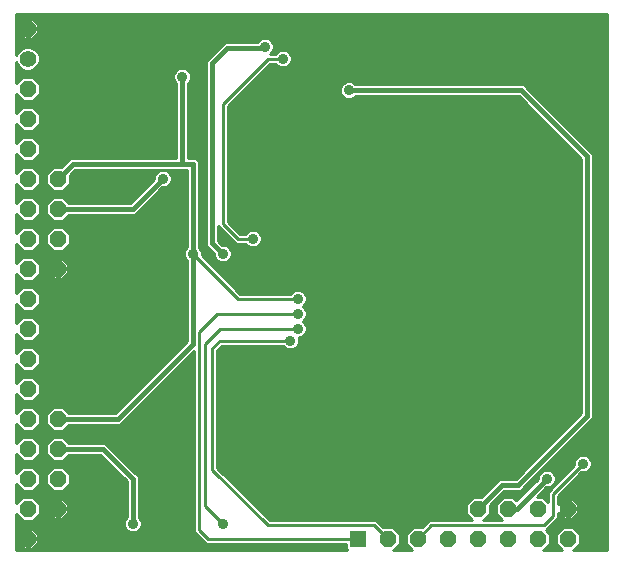
<source format=gbl>
G75*
G70*
%OFA0B0*%
%FSLAX24Y24*%
%IPPOS*%
%LPD*%
%AMOC8*
5,1,8,0,0,1.08239X$1,22.5*
%
%ADD10OC8,0.0555*%
%ADD11C,0.0555*%
%ADD12R,0.0555X0.0555*%
%ADD13C,0.0160*%
%ADD14C,0.0350*%
%ADD15C,0.0100*%
D10*
X001004Y001004D03*
X001004Y002004D03*
X002004Y002004D03*
X002004Y003004D03*
X002004Y004004D03*
X002004Y005004D03*
X001004Y005004D03*
X001004Y004004D03*
X001004Y003004D03*
X001004Y006004D03*
X001004Y007004D03*
X001004Y008004D03*
X001004Y009004D03*
X001004Y010004D03*
X001004Y011004D03*
X002004Y011004D03*
X002004Y010004D03*
X002004Y012004D03*
X002004Y013004D03*
X001004Y013004D03*
X001004Y014004D03*
X001004Y015004D03*
X001004Y016004D03*
X001004Y018004D03*
X001004Y012004D03*
X013004Y001004D03*
X014004Y001004D03*
X015004Y001004D03*
X016004Y001004D03*
X016004Y002004D03*
X017004Y002004D03*
X018004Y002004D03*
X019004Y002004D03*
X019004Y001004D03*
X018004Y001004D03*
X017004Y001004D03*
D11*
X001004Y017004D03*
D12*
X012004Y001004D03*
D13*
X016004Y002004D02*
X016104Y002004D01*
X016104Y002104D01*
X016804Y002804D01*
X017354Y002804D01*
X019654Y005104D01*
X019654Y013754D01*
X017454Y015954D01*
X011704Y015954D01*
X008904Y017404D02*
X008854Y017354D01*
X007654Y017354D01*
X007154Y016854D01*
X007154Y010854D01*
X007504Y010504D01*
X006504Y010504D02*
X006504Y007504D01*
X004004Y005004D01*
X002004Y005004D01*
X002004Y004004D02*
X003504Y004004D01*
X004504Y003004D01*
X004504Y001504D01*
X006504Y010504D02*
X006504Y013504D01*
X006204Y013504D01*
X002504Y013504D01*
X002004Y013004D01*
X002004Y012004D02*
X004504Y012004D01*
X005504Y013004D01*
X006154Y013554D02*
X006204Y013504D01*
X006154Y013554D02*
X006154Y016404D01*
X018304Y003004D02*
X017304Y002004D01*
X017004Y002004D01*
D14*
X018304Y003004D03*
X019504Y003504D03*
X016154Y008004D03*
X013654Y005704D03*
X011554Y005654D03*
X009504Y007104D03*
X009754Y007604D03*
X010004Y008004D03*
X010004Y008504D03*
X010004Y009004D03*
X010954Y009354D03*
X010954Y010704D03*
X010904Y011804D03*
X009154Y011904D03*
X008504Y011004D03*
X007504Y010504D03*
X006504Y010504D03*
X005704Y012504D03*
X005504Y013004D03*
X005604Y015104D03*
X006704Y015104D03*
X006154Y016404D03*
X008904Y017404D03*
X009504Y017004D03*
X011704Y015954D03*
X009104Y014704D03*
X015904Y011004D03*
X009154Y004004D03*
X007504Y001504D03*
X005704Y004204D03*
X004504Y001504D03*
X007604Y007104D03*
X006154Y007954D03*
D15*
X000624Y001822D02*
X000624Y000624D01*
X011659Y000624D01*
X011606Y000677D01*
X011606Y000834D01*
X006934Y000834D01*
X006834Y000934D01*
X006534Y001234D01*
X006534Y001374D01*
X006534Y007251D01*
X004087Y004804D01*
X003921Y004804D01*
X002366Y004804D01*
X002169Y004606D01*
X001839Y004606D01*
X001606Y004839D01*
X001606Y005169D01*
X001839Y005401D01*
X002169Y005401D01*
X002366Y005204D01*
X003921Y005204D01*
X006304Y007587D01*
X006304Y010287D01*
X006254Y010337D01*
X006209Y010445D01*
X006209Y010563D01*
X006254Y010671D01*
X006304Y010721D01*
X006304Y013304D01*
X006287Y013304D01*
X006121Y013304D01*
X002587Y013304D01*
X002401Y013119D01*
X002401Y012839D01*
X002169Y012606D01*
X001839Y012606D01*
X001606Y012839D01*
X001606Y013169D01*
X001839Y013401D01*
X002119Y013401D01*
X002421Y013704D01*
X002587Y013704D01*
X005954Y013704D01*
X005954Y016187D01*
X005904Y016237D01*
X005859Y016345D01*
X005859Y016463D01*
X005904Y016571D01*
X005987Y016654D01*
X006095Y016699D01*
X006213Y016699D01*
X006321Y016654D01*
X006404Y016571D01*
X006449Y016463D01*
X006449Y016345D01*
X006404Y016237D01*
X006354Y016187D01*
X006354Y013704D01*
X006421Y013704D01*
X006587Y013704D01*
X006704Y013587D01*
X006704Y010721D01*
X006754Y010671D01*
X006799Y010563D01*
X006799Y010449D01*
X008074Y009174D01*
X009757Y009174D01*
X009837Y009254D01*
X009945Y009299D01*
X010063Y009299D01*
X010171Y009254D01*
X010254Y009171D01*
X010299Y009063D01*
X010299Y008945D01*
X010254Y008837D01*
X010171Y008754D01*
X010254Y008671D01*
X010299Y008563D01*
X010299Y008445D01*
X010254Y008337D01*
X010171Y008254D01*
X010254Y008171D01*
X010299Y008063D01*
X010299Y007945D01*
X010254Y007837D01*
X010171Y007754D01*
X010063Y007709D01*
X010030Y007709D01*
X010049Y007663D01*
X010049Y007545D01*
X010004Y007437D01*
X009921Y007354D01*
X009813Y007309D01*
X009695Y007309D01*
X009587Y007354D01*
X009507Y007434D01*
X007474Y007434D01*
X007324Y007284D01*
X007324Y003374D01*
X009074Y001624D01*
X012484Y001624D01*
X012624Y001624D01*
X012847Y001401D01*
X013169Y001401D01*
X013401Y001169D01*
X013401Y000839D01*
X013186Y000624D01*
X013822Y000624D01*
X013606Y000839D01*
X013606Y001169D01*
X013839Y001401D01*
X014161Y001401D01*
X014384Y001624D01*
X014524Y001624D01*
X015822Y001624D01*
X015606Y001839D01*
X015606Y002169D01*
X015839Y002401D01*
X016119Y002401D01*
X016604Y002887D01*
X016721Y003004D01*
X017271Y003004D01*
X019454Y005187D01*
X019454Y013671D01*
X017371Y015754D01*
X011921Y015754D01*
X011871Y015704D01*
X011763Y015659D01*
X011645Y015659D01*
X011537Y015704D01*
X011454Y015787D01*
X011409Y015895D01*
X011409Y016013D01*
X011454Y016121D01*
X011537Y016204D01*
X011645Y016249D01*
X011763Y016249D01*
X011871Y016204D01*
X011921Y016154D01*
X017537Y016154D01*
X017654Y016037D01*
X019854Y013837D01*
X019854Y013671D01*
X019854Y005187D01*
X019854Y005021D01*
X017554Y002721D01*
X017554Y002721D01*
X017437Y002604D01*
X016887Y002604D01*
X016401Y002119D01*
X016401Y001839D01*
X016186Y001624D01*
X016822Y001624D01*
X016606Y001839D01*
X016606Y002169D01*
X016839Y002401D01*
X017169Y002401D01*
X017294Y002276D01*
X018009Y002992D01*
X018009Y003063D01*
X018054Y003171D01*
X018137Y003254D01*
X018245Y003299D01*
X018363Y003299D01*
X018471Y003254D01*
X018554Y003171D01*
X018599Y003063D01*
X018599Y002945D01*
X018554Y002837D01*
X018471Y002754D01*
X018363Y002709D01*
X018292Y002709D01*
X017984Y002401D01*
X018169Y002401D01*
X018334Y002236D01*
X018334Y002434D01*
X018334Y002574D01*
X019209Y003449D01*
X019209Y003563D01*
X019254Y003671D01*
X019337Y003754D01*
X019445Y003799D01*
X019563Y003799D01*
X019671Y003754D01*
X019754Y003671D01*
X019799Y003563D01*
X019799Y003445D01*
X019754Y003337D01*
X019671Y003254D01*
X019563Y003209D01*
X019449Y003209D01*
X018674Y002434D01*
X018674Y002151D01*
X018864Y002341D01*
X018975Y002341D01*
X018975Y002033D01*
X019033Y002033D01*
X019033Y002341D01*
X019144Y002341D01*
X019341Y002144D01*
X019341Y002033D01*
X019033Y002033D01*
X019033Y001975D01*
X019341Y001975D01*
X019341Y001864D01*
X019144Y001666D01*
X019033Y001666D01*
X019033Y001975D01*
X018975Y001975D01*
X018975Y001666D01*
X018864Y001666D01*
X018674Y001857D01*
X018674Y001824D01*
X018674Y001684D01*
X018374Y001384D01*
X018280Y001290D01*
X018401Y001169D01*
X018401Y000839D01*
X018186Y000624D01*
X018822Y000624D01*
X018606Y000839D01*
X018606Y001169D01*
X018839Y001401D01*
X019169Y001401D01*
X019401Y001169D01*
X019401Y000839D01*
X019186Y000624D01*
X020304Y000624D01*
X020304Y018480D01*
X000624Y018480D01*
X000624Y017125D01*
X000667Y017229D01*
X000779Y017341D01*
X000925Y017401D01*
X001083Y017401D01*
X001229Y017341D01*
X001341Y017229D01*
X001401Y017083D01*
X001401Y016925D01*
X001341Y016779D01*
X001229Y016667D01*
X001083Y016606D01*
X000925Y016606D01*
X000779Y016667D01*
X000667Y016779D01*
X000624Y016883D01*
X000624Y016186D01*
X000839Y016401D01*
X001169Y016401D01*
X001401Y016169D01*
X001401Y015839D01*
X001169Y015606D01*
X000839Y015606D01*
X000624Y015822D01*
X000624Y015186D01*
X000839Y015401D01*
X001169Y015401D01*
X001401Y015169D01*
X001401Y014839D01*
X001169Y014606D01*
X000839Y014606D01*
X000624Y014822D01*
X000624Y014186D01*
X000839Y014401D01*
X001169Y014401D01*
X001401Y014169D01*
X001401Y013839D01*
X001169Y013606D01*
X000839Y013606D01*
X000624Y013822D01*
X000624Y013186D01*
X000839Y013401D01*
X001169Y013401D01*
X001401Y013169D01*
X001401Y012839D01*
X001169Y012606D01*
X000839Y012606D01*
X000624Y012822D01*
X000624Y012186D01*
X000839Y012401D01*
X001169Y012401D01*
X001401Y012169D01*
X001401Y011839D01*
X001169Y011606D01*
X000839Y011606D01*
X000624Y011822D01*
X000624Y011186D01*
X000839Y011401D01*
X001169Y011401D01*
X001401Y011169D01*
X001401Y010839D01*
X001169Y010606D01*
X000839Y010606D01*
X000624Y010822D01*
X000624Y010186D01*
X000839Y010401D01*
X001169Y010401D01*
X001401Y010169D01*
X001401Y009839D01*
X001169Y009606D01*
X000839Y009606D01*
X000624Y009822D01*
X000624Y009186D01*
X000839Y009401D01*
X001169Y009401D01*
X001401Y009169D01*
X001401Y008839D01*
X001169Y008606D01*
X000839Y008606D01*
X000624Y008822D01*
X000624Y008186D01*
X000839Y008401D01*
X001169Y008401D01*
X001401Y008169D01*
X001401Y007839D01*
X001169Y007606D01*
X000839Y007606D01*
X000624Y007822D01*
X000624Y007186D01*
X000839Y007401D01*
X001169Y007401D01*
X001401Y007169D01*
X001401Y006839D01*
X001169Y006606D01*
X000839Y006606D01*
X000624Y006822D01*
X000624Y006186D01*
X000839Y006401D01*
X001169Y006401D01*
X001401Y006169D01*
X001401Y005839D01*
X001169Y005606D01*
X000839Y005606D01*
X000624Y005822D01*
X000624Y005186D01*
X000839Y005401D01*
X001169Y005401D01*
X001401Y005169D01*
X001401Y004839D01*
X001169Y004606D01*
X000839Y004606D01*
X000624Y004822D01*
X000624Y004186D01*
X000839Y004401D01*
X001169Y004401D01*
X001401Y004169D01*
X001401Y003839D01*
X001169Y003606D01*
X000839Y003606D01*
X000624Y003822D01*
X000624Y003186D01*
X000839Y003401D01*
X001169Y003401D01*
X001401Y003169D01*
X001401Y002839D01*
X001169Y002606D01*
X000839Y002606D01*
X000624Y002822D01*
X000624Y002186D01*
X000839Y002401D01*
X001169Y002401D01*
X001401Y002169D01*
X001401Y001839D01*
X001169Y001606D01*
X000839Y001606D01*
X000624Y001822D01*
X000624Y001785D02*
X000661Y001785D01*
X000624Y001686D02*
X000759Y001686D01*
X000624Y001588D02*
X004219Y001588D01*
X004209Y001563D02*
X004209Y001445D01*
X004254Y001337D01*
X004337Y001254D01*
X004445Y001209D01*
X004563Y001209D01*
X004671Y001254D01*
X004754Y001337D01*
X004799Y001445D01*
X004799Y001563D01*
X004754Y001671D01*
X004704Y001721D01*
X004704Y003087D01*
X004587Y003204D01*
X003587Y004204D01*
X003421Y004204D01*
X002366Y004204D01*
X002169Y004401D01*
X001839Y004401D01*
X001606Y004169D01*
X001606Y003839D01*
X001839Y003606D01*
X002169Y003606D01*
X002366Y003804D01*
X003421Y003804D01*
X004304Y002921D01*
X004304Y001721D01*
X004254Y001671D01*
X004209Y001563D01*
X004209Y001489D02*
X000624Y001489D01*
X000624Y001391D02*
X004231Y001391D01*
X004298Y001292D02*
X001193Y001292D01*
X001144Y001341D02*
X001033Y001341D01*
X001033Y001033D01*
X000975Y001033D01*
X000975Y001341D01*
X000864Y001341D01*
X000666Y001144D01*
X000666Y001033D01*
X000975Y001033D01*
X000975Y000975D01*
X000666Y000975D01*
X000666Y000864D01*
X000864Y000666D01*
X000975Y000666D01*
X000975Y000975D01*
X001033Y000975D01*
X001033Y001033D01*
X001341Y001033D01*
X001341Y001144D01*
X001144Y001341D01*
X001033Y001292D02*
X000975Y001292D01*
X000975Y001194D02*
X001033Y001194D01*
X001033Y001095D02*
X000975Y001095D01*
X000975Y000997D02*
X000624Y000997D01*
X000624Y001095D02*
X000666Y001095D01*
X000624Y001194D02*
X000716Y001194D01*
X000624Y001292D02*
X000815Y001292D01*
X001033Y000997D02*
X006771Y000997D01*
X006672Y001095D02*
X001341Y001095D01*
X001291Y001194D02*
X006574Y001194D01*
X006534Y001292D02*
X004709Y001292D01*
X004776Y001391D02*
X006534Y001391D01*
X006534Y001489D02*
X004799Y001489D01*
X004788Y001588D02*
X006534Y001588D01*
X006534Y001686D02*
X004739Y001686D01*
X004704Y001785D02*
X006534Y001785D01*
X006534Y001884D02*
X004704Y001884D01*
X004704Y001982D02*
X006534Y001982D01*
X006534Y002081D02*
X004704Y002081D01*
X004704Y002179D02*
X006534Y002179D01*
X006534Y002278D02*
X004704Y002278D01*
X004704Y002376D02*
X006534Y002376D01*
X006534Y002475D02*
X004704Y002475D01*
X004704Y002573D02*
X006534Y002573D01*
X006534Y002672D02*
X004704Y002672D01*
X004704Y002770D02*
X006534Y002770D01*
X006534Y002869D02*
X004704Y002869D01*
X004704Y002968D02*
X006534Y002968D01*
X006534Y003066D02*
X004704Y003066D01*
X004626Y003165D02*
X006534Y003165D01*
X006534Y003263D02*
X004528Y003263D01*
X004429Y003362D02*
X006534Y003362D01*
X006534Y003460D02*
X004330Y003460D01*
X004232Y003559D02*
X006534Y003559D01*
X006534Y003657D02*
X004133Y003657D01*
X004035Y003756D02*
X006534Y003756D01*
X006534Y003854D02*
X003936Y003854D01*
X003838Y003953D02*
X006534Y003953D01*
X006534Y004051D02*
X003739Y004051D01*
X003641Y004150D02*
X006534Y004150D01*
X006534Y004249D02*
X002321Y004249D01*
X002223Y004347D02*
X006534Y004347D01*
X006534Y004446D02*
X000624Y004446D01*
X000624Y004544D02*
X006534Y004544D01*
X006534Y004643D02*
X002205Y004643D01*
X002303Y004741D02*
X006534Y004741D01*
X006534Y004840D02*
X004123Y004840D01*
X004221Y004938D02*
X006534Y004938D01*
X006534Y005037D02*
X004320Y005037D01*
X004418Y005135D02*
X006534Y005135D01*
X006534Y005234D02*
X004517Y005234D01*
X004615Y005333D02*
X006534Y005333D01*
X006534Y005431D02*
X004714Y005431D01*
X004812Y005530D02*
X006534Y005530D01*
X006534Y005628D02*
X004911Y005628D01*
X005010Y005727D02*
X006534Y005727D01*
X006534Y005825D02*
X005108Y005825D01*
X005207Y005924D02*
X006534Y005924D01*
X006534Y006022D02*
X005305Y006022D01*
X005404Y006121D02*
X006534Y006121D01*
X006534Y006219D02*
X005502Y006219D01*
X005601Y006318D02*
X006534Y006318D01*
X006534Y006417D02*
X005699Y006417D01*
X005798Y006515D02*
X006534Y006515D01*
X006534Y006614D02*
X005896Y006614D01*
X005995Y006712D02*
X006534Y006712D01*
X006534Y006811D02*
X006094Y006811D01*
X006192Y006909D02*
X006534Y006909D01*
X006534Y007008D02*
X006291Y007008D01*
X006389Y007106D02*
X006534Y007106D01*
X006534Y007205D02*
X006488Y007205D01*
X006218Y007501D02*
X000624Y007501D01*
X000624Y007599D02*
X006304Y007599D01*
X006304Y007698D02*
X001260Y007698D01*
X001358Y007796D02*
X006304Y007796D01*
X006304Y007895D02*
X001401Y007895D01*
X001401Y007993D02*
X006304Y007993D01*
X006304Y008092D02*
X001401Y008092D01*
X001380Y008190D02*
X006304Y008190D01*
X006304Y008289D02*
X001281Y008289D01*
X001183Y008387D02*
X006304Y008387D01*
X006304Y008486D02*
X000624Y008486D01*
X000624Y008584D02*
X006304Y008584D01*
X006304Y008683D02*
X001245Y008683D01*
X001344Y008782D02*
X006304Y008782D01*
X006304Y008880D02*
X001401Y008880D01*
X001401Y008979D02*
X006304Y008979D01*
X006304Y009077D02*
X001401Y009077D01*
X001394Y009176D02*
X006304Y009176D01*
X006304Y009274D02*
X001296Y009274D01*
X001197Y009373D02*
X006304Y009373D01*
X006304Y009471D02*
X000624Y009471D01*
X000624Y009373D02*
X000811Y009373D01*
X000712Y009274D02*
X000624Y009274D01*
X000624Y009570D02*
X006304Y009570D01*
X006304Y009668D02*
X002146Y009668D01*
X002144Y009666D02*
X002341Y009864D01*
X002341Y009975D01*
X002033Y009975D01*
X002033Y010033D01*
X001975Y010033D01*
X001975Y010341D01*
X001864Y010341D01*
X001666Y010144D01*
X001666Y010033D01*
X001975Y010033D01*
X001975Y009975D01*
X001666Y009975D01*
X001666Y009864D01*
X001864Y009666D01*
X001975Y009666D01*
X001975Y009975D01*
X002033Y009975D01*
X002033Y009666D01*
X002144Y009666D01*
X002033Y009668D02*
X001975Y009668D01*
X001975Y009767D02*
X002033Y009767D01*
X002033Y009866D02*
X001975Y009866D01*
X001975Y009964D02*
X002033Y009964D01*
X002033Y010033D02*
X002341Y010033D01*
X002341Y010144D01*
X002144Y010341D01*
X002033Y010341D01*
X002033Y010033D01*
X002033Y010063D02*
X001975Y010063D01*
X001975Y010161D02*
X002033Y010161D01*
X002033Y010260D02*
X001975Y010260D01*
X001782Y010260D02*
X001310Y010260D01*
X001401Y010161D02*
X001684Y010161D01*
X001666Y010063D02*
X001401Y010063D01*
X001401Y009964D02*
X001666Y009964D01*
X001666Y009866D02*
X001401Y009866D01*
X001329Y009767D02*
X001764Y009767D01*
X001862Y009668D02*
X001231Y009668D01*
X000777Y009668D02*
X000624Y009668D01*
X000624Y009767D02*
X000679Y009767D01*
X000698Y010260D02*
X000624Y010260D01*
X000624Y010358D02*
X000796Y010358D01*
X000624Y010457D02*
X006209Y010457D01*
X006209Y010555D02*
X000624Y010555D01*
X000624Y010654D02*
X000792Y010654D01*
X000693Y010752D02*
X000624Y010752D01*
X001216Y010654D02*
X001792Y010654D01*
X001839Y010606D02*
X002169Y010606D01*
X002401Y010839D01*
X002401Y011169D01*
X002169Y011401D01*
X001839Y011401D01*
X001606Y011169D01*
X001606Y010839D01*
X001839Y010606D01*
X001693Y010752D02*
X001315Y010752D01*
X001401Y010851D02*
X001606Y010851D01*
X001606Y010950D02*
X001401Y010950D01*
X001401Y011048D02*
X001606Y011048D01*
X001606Y011147D02*
X001401Y011147D01*
X001325Y011245D02*
X001683Y011245D01*
X001782Y011344D02*
X001226Y011344D01*
X001201Y011639D02*
X001806Y011639D01*
X001839Y011606D02*
X002169Y011606D01*
X002366Y011804D01*
X004421Y011804D01*
X004587Y011804D01*
X005492Y012709D01*
X005563Y012709D01*
X005671Y012754D01*
X005754Y012837D01*
X005799Y012945D01*
X005799Y013063D01*
X005754Y013171D01*
X005671Y013254D01*
X005563Y013299D01*
X005445Y013299D01*
X005337Y013254D01*
X005254Y013171D01*
X005209Y013063D01*
X005209Y012992D01*
X004421Y012204D01*
X002366Y012204D01*
X002169Y012401D01*
X001839Y012401D01*
X001606Y012169D01*
X001606Y011839D01*
X001839Y011606D01*
X001708Y011738D02*
X001300Y011738D01*
X001399Y011836D02*
X001609Y011836D01*
X001606Y011935D02*
X001401Y011935D01*
X001401Y012034D02*
X001606Y012034D01*
X001606Y012132D02*
X001401Y012132D01*
X001339Y012231D02*
X001669Y012231D01*
X001767Y012329D02*
X001241Y012329D01*
X001187Y012625D02*
X001821Y012625D01*
X001722Y012723D02*
X001285Y012723D01*
X001384Y012822D02*
X001624Y012822D01*
X001606Y012920D02*
X001401Y012920D01*
X001401Y013019D02*
X001606Y013019D01*
X001606Y013117D02*
X001401Y013117D01*
X001354Y013216D02*
X001654Y013216D01*
X001752Y013315D02*
X001255Y013315D01*
X001172Y013610D02*
X002327Y013610D01*
X002229Y013512D02*
X000624Y013512D01*
X000624Y013610D02*
X000836Y013610D01*
X000737Y013709D02*
X000624Y013709D01*
X000624Y013807D02*
X000638Y013807D01*
X000624Y013413D02*
X002130Y013413D01*
X002401Y013117D02*
X005232Y013117D01*
X005209Y013019D02*
X002401Y013019D01*
X002401Y012920D02*
X005138Y012920D01*
X005039Y012822D02*
X002384Y012822D01*
X002285Y012723D02*
X004940Y012723D01*
X004842Y012625D02*
X002187Y012625D01*
X002241Y012329D02*
X004546Y012329D01*
X004448Y012231D02*
X002339Y012231D01*
X002300Y011738D02*
X006304Y011738D01*
X006304Y011836D02*
X004619Y011836D01*
X004718Y011935D02*
X006304Y011935D01*
X006304Y012034D02*
X004816Y012034D01*
X004915Y012132D02*
X006304Y012132D01*
X006304Y012231D02*
X005013Y012231D01*
X005112Y012329D02*
X006304Y012329D01*
X006304Y012428D02*
X005211Y012428D01*
X005309Y012526D02*
X006304Y012526D01*
X006304Y012625D02*
X005408Y012625D01*
X005597Y012723D02*
X006304Y012723D01*
X006304Y012822D02*
X005739Y012822D01*
X005789Y012920D02*
X006304Y012920D01*
X006304Y013019D02*
X005799Y013019D01*
X005776Y013117D02*
X006304Y013117D01*
X006304Y013216D02*
X005709Y013216D01*
X005299Y013216D02*
X002499Y013216D01*
X001369Y013807D02*
X005954Y013807D01*
X005954Y013709D02*
X001271Y013709D01*
X001401Y013906D02*
X005954Y013906D01*
X005954Y014004D02*
X001401Y014004D01*
X001401Y014103D02*
X005954Y014103D01*
X005954Y014201D02*
X001368Y014201D01*
X001270Y014300D02*
X005954Y014300D01*
X005954Y014399D02*
X001171Y014399D01*
X000836Y014399D02*
X000624Y014399D01*
X000624Y014497D02*
X005954Y014497D01*
X005954Y014596D02*
X000624Y014596D01*
X000624Y014694D02*
X000752Y014694D01*
X000653Y014793D02*
X000624Y014793D01*
X000624Y015187D02*
X000625Y015187D01*
X000624Y015285D02*
X000723Y015285D01*
X000624Y015384D02*
X000822Y015384D01*
X000624Y015483D02*
X005954Y015483D01*
X005954Y015581D02*
X000624Y015581D01*
X000624Y015680D02*
X000766Y015680D01*
X000668Y015778D02*
X000624Y015778D01*
X000624Y016271D02*
X000709Y016271D01*
X000624Y016369D02*
X000807Y016369D01*
X000624Y016468D02*
X005861Y016468D01*
X005859Y016369D02*
X001201Y016369D01*
X001299Y016271D02*
X005890Y016271D01*
X005954Y016172D02*
X001398Y016172D01*
X001401Y016074D02*
X005954Y016074D01*
X005954Y015975D02*
X001401Y015975D01*
X001401Y015877D02*
X005954Y015877D01*
X005954Y015778D02*
X001340Y015778D01*
X001242Y015680D02*
X005954Y015680D01*
X005954Y015384D02*
X001186Y015384D01*
X001284Y015285D02*
X005954Y015285D01*
X005954Y015187D02*
X001383Y015187D01*
X001401Y015088D02*
X005954Y015088D01*
X005954Y014990D02*
X001401Y014990D01*
X001401Y014891D02*
X005954Y014891D01*
X005954Y014793D02*
X001355Y014793D01*
X001256Y014694D02*
X005954Y014694D01*
X006354Y014694D02*
X006954Y014694D01*
X006954Y014596D02*
X006354Y014596D01*
X006354Y014497D02*
X006954Y014497D01*
X006954Y014399D02*
X006354Y014399D01*
X006354Y014300D02*
X006954Y014300D01*
X006954Y014201D02*
X006354Y014201D01*
X006354Y014103D02*
X006954Y014103D01*
X006954Y014004D02*
X006354Y014004D01*
X006354Y013906D02*
X006954Y013906D01*
X006954Y013807D02*
X006354Y013807D01*
X006354Y013709D02*
X006954Y013709D01*
X006954Y013610D02*
X006680Y013610D01*
X006704Y013512D02*
X006954Y013512D01*
X006954Y013413D02*
X006704Y013413D01*
X006704Y013315D02*
X006954Y013315D01*
X006954Y013216D02*
X006704Y013216D01*
X006704Y013117D02*
X006954Y013117D01*
X006954Y013019D02*
X006704Y013019D01*
X006704Y012920D02*
X006954Y012920D01*
X006954Y012822D02*
X006704Y012822D01*
X006704Y012723D02*
X006954Y012723D01*
X006954Y012625D02*
X006704Y012625D01*
X006704Y012526D02*
X006954Y012526D01*
X006954Y012428D02*
X006704Y012428D01*
X006704Y012329D02*
X006954Y012329D01*
X006954Y012231D02*
X006704Y012231D01*
X006704Y012132D02*
X006954Y012132D01*
X006954Y012034D02*
X006704Y012034D01*
X006704Y011935D02*
X006954Y011935D01*
X006954Y011836D02*
X006704Y011836D01*
X006704Y011738D02*
X006954Y011738D01*
X006954Y011639D02*
X006704Y011639D01*
X006704Y011541D02*
X006954Y011541D01*
X006954Y011442D02*
X006704Y011442D01*
X006704Y011344D02*
X006954Y011344D01*
X006954Y011245D02*
X006704Y011245D01*
X006704Y011147D02*
X006954Y011147D01*
X006954Y011048D02*
X006704Y011048D01*
X006704Y010950D02*
X006954Y010950D01*
X006954Y010937D02*
X006954Y010771D01*
X007209Y010516D01*
X007209Y010445D01*
X007254Y010337D01*
X007337Y010254D01*
X007445Y010209D01*
X007563Y010209D01*
X007671Y010254D01*
X007754Y010337D01*
X007799Y010445D01*
X007799Y010563D01*
X007754Y010671D01*
X007671Y010754D01*
X007563Y010799D01*
X007492Y010799D01*
X007354Y010937D01*
X007354Y011414D01*
X007434Y011334D01*
X007934Y010834D01*
X008074Y010834D01*
X008257Y010834D01*
X008337Y010754D01*
X008445Y010709D01*
X008563Y010709D01*
X008671Y010754D01*
X008754Y010837D01*
X008799Y010945D01*
X008799Y011063D01*
X008754Y011171D01*
X008671Y011254D01*
X008563Y011299D01*
X008445Y011299D01*
X008337Y011254D01*
X008257Y011174D01*
X008074Y011174D01*
X007674Y011574D01*
X007674Y015434D01*
X009074Y016834D01*
X009257Y016834D01*
X009337Y016754D01*
X009445Y016709D01*
X009563Y016709D01*
X009671Y016754D01*
X009754Y016837D01*
X009799Y016945D01*
X009799Y017063D01*
X009754Y017171D01*
X009671Y017254D01*
X009563Y017299D01*
X009445Y017299D01*
X009337Y017254D01*
X009257Y017174D01*
X009091Y017174D01*
X009154Y017237D01*
X009199Y017345D01*
X009199Y017463D01*
X009154Y017571D01*
X009071Y017654D01*
X008963Y017699D01*
X008845Y017699D01*
X008737Y017654D01*
X008654Y017571D01*
X008647Y017554D01*
X007737Y017554D01*
X007571Y017554D01*
X007071Y017054D01*
X006954Y016937D01*
X006954Y010937D01*
X006954Y010851D02*
X006704Y010851D01*
X006704Y010752D02*
X006973Y010752D01*
X007071Y010654D02*
X006761Y010654D01*
X006799Y010555D02*
X007170Y010555D01*
X007209Y010457D02*
X006799Y010457D01*
X006890Y010358D02*
X007245Y010358D01*
X007331Y010260D02*
X006989Y010260D01*
X007087Y010161D02*
X019454Y010161D01*
X019454Y010063D02*
X007186Y010063D01*
X007284Y009964D02*
X019454Y009964D01*
X019454Y009866D02*
X007383Y009866D01*
X007481Y009767D02*
X019454Y009767D01*
X019454Y009668D02*
X007580Y009668D01*
X007678Y009570D02*
X019454Y009570D01*
X019454Y009471D02*
X007777Y009471D01*
X007875Y009373D02*
X019454Y009373D01*
X019454Y009274D02*
X010122Y009274D01*
X010249Y009176D02*
X019454Y009176D01*
X019454Y009077D02*
X010293Y009077D01*
X010299Y008979D02*
X019454Y008979D01*
X019454Y008880D02*
X010272Y008880D01*
X010199Y008782D02*
X019454Y008782D01*
X019454Y008683D02*
X010242Y008683D01*
X010290Y008584D02*
X019454Y008584D01*
X019454Y008486D02*
X010299Y008486D01*
X010275Y008387D02*
X019454Y008387D01*
X019454Y008289D02*
X010206Y008289D01*
X010235Y008190D02*
X019454Y008190D01*
X019454Y008092D02*
X010287Y008092D01*
X010299Y007993D02*
X019454Y007993D01*
X019454Y007895D02*
X010278Y007895D01*
X010213Y007796D02*
X019454Y007796D01*
X019454Y007698D02*
X010034Y007698D01*
X010049Y007599D02*
X019454Y007599D01*
X019454Y007501D02*
X010030Y007501D01*
X009969Y007402D02*
X019454Y007402D01*
X019454Y007303D02*
X007344Y007303D01*
X007324Y007205D02*
X019454Y007205D01*
X019454Y007106D02*
X007324Y007106D01*
X007324Y007008D02*
X019454Y007008D01*
X019454Y006909D02*
X007324Y006909D01*
X007324Y006811D02*
X019454Y006811D01*
X019454Y006712D02*
X007324Y006712D01*
X007324Y006614D02*
X019454Y006614D01*
X019454Y006515D02*
X007324Y006515D01*
X007324Y006417D02*
X019454Y006417D01*
X019454Y006318D02*
X007324Y006318D01*
X007324Y006219D02*
X019454Y006219D01*
X019454Y006121D02*
X007324Y006121D01*
X007324Y006022D02*
X019454Y006022D01*
X019454Y005924D02*
X007324Y005924D01*
X007324Y005825D02*
X019454Y005825D01*
X019454Y005727D02*
X007324Y005727D01*
X007324Y005628D02*
X019454Y005628D01*
X019454Y005530D02*
X007324Y005530D01*
X007324Y005431D02*
X019454Y005431D01*
X019454Y005333D02*
X007324Y005333D01*
X007324Y005234D02*
X019454Y005234D01*
X019403Y005135D02*
X007324Y005135D01*
X007324Y005037D02*
X019304Y005037D01*
X019206Y004938D02*
X007324Y004938D01*
X007324Y004840D02*
X019107Y004840D01*
X019009Y004741D02*
X007324Y004741D01*
X007324Y004643D02*
X018910Y004643D01*
X018811Y004544D02*
X007324Y004544D01*
X007324Y004446D02*
X018713Y004446D01*
X018614Y004347D02*
X007324Y004347D01*
X007324Y004249D02*
X018516Y004249D01*
X018417Y004150D02*
X007324Y004150D01*
X007324Y004051D02*
X018319Y004051D01*
X018220Y003953D02*
X007324Y003953D01*
X007324Y003854D02*
X018122Y003854D01*
X018023Y003756D02*
X007324Y003756D01*
X007324Y003657D02*
X017925Y003657D01*
X017826Y003559D02*
X007324Y003559D01*
X007324Y003460D02*
X017727Y003460D01*
X017629Y003362D02*
X007337Y003362D01*
X007435Y003263D02*
X017530Y003263D01*
X017432Y003165D02*
X007534Y003165D01*
X007632Y003066D02*
X017333Y003066D01*
X017702Y002869D02*
X017886Y002869D01*
X017800Y002968D02*
X017985Y002968D01*
X018010Y003066D02*
X017899Y003066D01*
X017997Y003165D02*
X018051Y003165D01*
X018096Y003263D02*
X018159Y003263D01*
X018194Y003362D02*
X019121Y003362D01*
X019209Y003460D02*
X018293Y003460D01*
X018392Y003559D02*
X019209Y003559D01*
X019248Y003657D02*
X018490Y003657D01*
X018589Y003756D02*
X019341Y003756D01*
X019504Y003504D02*
X018504Y002504D01*
X018504Y001754D01*
X018204Y001454D01*
X014454Y001454D01*
X014004Y001004D01*
X013730Y001292D02*
X013278Y001292D01*
X013376Y001194D02*
X013632Y001194D01*
X013606Y001095D02*
X013401Y001095D01*
X013401Y000997D02*
X013606Y000997D01*
X013606Y000898D02*
X013401Y000898D01*
X013362Y000800D02*
X013646Y000800D01*
X013745Y000701D02*
X013263Y000701D01*
X013004Y001004D02*
X012554Y001454D01*
X009004Y001454D01*
X007154Y003304D01*
X007154Y007354D01*
X007404Y007604D01*
X009754Y007604D01*
X009539Y007402D02*
X007442Y007402D01*
X007604Y007104D02*
X007654Y007104D01*
X006904Y007504D02*
X006904Y002104D01*
X007504Y001504D01*
X007004Y001004D02*
X012004Y001004D01*
X011606Y000800D02*
X001277Y000800D01*
X001341Y000864D02*
X001341Y000975D01*
X001033Y000975D01*
X001033Y000666D01*
X001144Y000666D01*
X001341Y000864D01*
X001341Y000898D02*
X006869Y000898D01*
X007004Y001004D02*
X006704Y001304D01*
X006704Y007904D01*
X007304Y008504D01*
X010004Y008504D01*
X010004Y009004D02*
X008004Y009004D01*
X006504Y010504D01*
X006245Y010358D02*
X001212Y010358D01*
X002225Y010260D02*
X006304Y010260D01*
X006304Y010161D02*
X002324Y010161D01*
X002341Y010063D02*
X006304Y010063D01*
X006304Y009964D02*
X002341Y009964D01*
X002341Y009866D02*
X006304Y009866D01*
X006304Y009767D02*
X002244Y009767D01*
X002216Y010654D02*
X006247Y010654D01*
X006304Y010752D02*
X002315Y010752D01*
X002401Y010851D02*
X006304Y010851D01*
X006304Y010950D02*
X002401Y010950D01*
X002401Y011048D02*
X006304Y011048D01*
X006304Y011147D02*
X002401Y011147D01*
X002325Y011245D02*
X006304Y011245D01*
X006304Y011344D02*
X002226Y011344D01*
X002201Y011639D02*
X006304Y011639D01*
X006304Y011541D02*
X000624Y011541D01*
X000624Y011639D02*
X000806Y011639D01*
X000708Y011738D02*
X000624Y011738D01*
X000624Y011442D02*
X006304Y011442D01*
X007354Y011344D02*
X007424Y011344D01*
X007354Y011245D02*
X007522Y011245D01*
X007621Y011147D02*
X007354Y011147D01*
X007354Y011048D02*
X007719Y011048D01*
X007818Y010950D02*
X007354Y010950D01*
X007440Y010851D02*
X007916Y010851D01*
X008004Y011004D02*
X007504Y011504D01*
X007504Y015504D01*
X009004Y017004D01*
X009504Y017004D01*
X009764Y016862D02*
X020304Y016862D01*
X020304Y016764D02*
X009681Y016764D01*
X009799Y016961D02*
X020304Y016961D01*
X020304Y017059D02*
X009799Y017059D01*
X009759Y017158D02*
X020304Y017158D01*
X020304Y017256D02*
X009665Y017256D01*
X009342Y017256D02*
X009162Y017256D01*
X009199Y017355D02*
X020304Y017355D01*
X020304Y017453D02*
X009199Y017453D01*
X009162Y017552D02*
X020304Y017552D01*
X020304Y017650D02*
X009075Y017650D01*
X008733Y017650D02*
X000624Y017650D01*
X000624Y017552D02*
X007569Y017552D01*
X007471Y017453D02*
X000624Y017453D01*
X000624Y017355D02*
X000813Y017355D01*
X000694Y017256D02*
X000624Y017256D01*
X000624Y017158D02*
X000637Y017158D01*
X000624Y016862D02*
X000632Y016862D01*
X000624Y016764D02*
X000682Y016764D01*
X000624Y016665D02*
X000783Y016665D01*
X000624Y016566D02*
X005902Y016566D01*
X006014Y016665D02*
X001224Y016665D01*
X001326Y016764D02*
X006954Y016764D01*
X006954Y016862D02*
X001375Y016862D01*
X001401Y016961D02*
X006978Y016961D01*
X007076Y017059D02*
X001401Y017059D01*
X001370Y017158D02*
X007175Y017158D01*
X007273Y017256D02*
X001314Y017256D01*
X001195Y017355D02*
X007372Y017355D01*
X006954Y016665D02*
X006294Y016665D01*
X006406Y016566D02*
X006954Y016566D01*
X006954Y016468D02*
X006447Y016468D01*
X006449Y016369D02*
X006954Y016369D01*
X006954Y016271D02*
X006418Y016271D01*
X006354Y016172D02*
X006954Y016172D01*
X006954Y016074D02*
X006354Y016074D01*
X006354Y015975D02*
X006954Y015975D01*
X006954Y015877D02*
X006354Y015877D01*
X006354Y015778D02*
X006954Y015778D01*
X006954Y015680D02*
X006354Y015680D01*
X006354Y015581D02*
X006954Y015581D01*
X006954Y015483D02*
X006354Y015483D01*
X006354Y015384D02*
X006954Y015384D01*
X006954Y015285D02*
X006354Y015285D01*
X006354Y015187D02*
X006954Y015187D01*
X006954Y015088D02*
X006354Y015088D01*
X006354Y014990D02*
X006954Y014990D01*
X006954Y014891D02*
X006354Y014891D01*
X006354Y014793D02*
X006954Y014793D01*
X006704Y015104D02*
X006654Y015104D01*
X005704Y015104D02*
X005604Y015104D01*
X007674Y015088D02*
X018037Y015088D01*
X018135Y014990D02*
X007674Y014990D01*
X007674Y014891D02*
X018234Y014891D01*
X018332Y014793D02*
X007674Y014793D01*
X007674Y014694D02*
X018431Y014694D01*
X018529Y014596D02*
X007674Y014596D01*
X007674Y014497D02*
X018628Y014497D01*
X018726Y014399D02*
X007674Y014399D01*
X007674Y014300D02*
X018825Y014300D01*
X018924Y014201D02*
X007674Y014201D01*
X007674Y014103D02*
X019022Y014103D01*
X019121Y014004D02*
X007674Y014004D01*
X007674Y013906D02*
X019219Y013906D01*
X019318Y013807D02*
X007674Y013807D01*
X007674Y013709D02*
X019416Y013709D01*
X019454Y013610D02*
X007674Y013610D01*
X007674Y013512D02*
X019454Y013512D01*
X019454Y013413D02*
X007674Y013413D01*
X007674Y013315D02*
X019454Y013315D01*
X019454Y013216D02*
X007674Y013216D01*
X007674Y013117D02*
X019454Y013117D01*
X019454Y013019D02*
X007674Y013019D01*
X007674Y012920D02*
X019454Y012920D01*
X019454Y012822D02*
X007674Y012822D01*
X007674Y012723D02*
X019454Y012723D01*
X019454Y012625D02*
X007674Y012625D01*
X007674Y012526D02*
X019454Y012526D01*
X019454Y012428D02*
X007674Y012428D01*
X007674Y012329D02*
X019454Y012329D01*
X019454Y012231D02*
X007674Y012231D01*
X007674Y012132D02*
X019454Y012132D01*
X019454Y012034D02*
X007674Y012034D01*
X007674Y011935D02*
X019454Y011935D01*
X019454Y011836D02*
X007674Y011836D01*
X007674Y011738D02*
X019454Y011738D01*
X019454Y011639D02*
X007674Y011639D01*
X007707Y011541D02*
X019454Y011541D01*
X019454Y011442D02*
X007806Y011442D01*
X007905Y011344D02*
X019454Y011344D01*
X019454Y011245D02*
X008680Y011245D01*
X008764Y011147D02*
X019454Y011147D01*
X019454Y011048D02*
X008799Y011048D01*
X008799Y010950D02*
X019454Y010950D01*
X019454Y010851D02*
X008760Y010851D01*
X008668Y010752D02*
X019454Y010752D01*
X019454Y010654D02*
X007761Y010654D01*
X007799Y010555D02*
X019454Y010555D01*
X019454Y010457D02*
X007799Y010457D01*
X007763Y010358D02*
X019454Y010358D01*
X019454Y010260D02*
X007677Y010260D01*
X007673Y010752D02*
X008340Y010752D01*
X008504Y011004D02*
X008004Y011004D01*
X008003Y011245D02*
X008328Y011245D01*
X009104Y011904D02*
X009154Y011904D01*
X010904Y011804D02*
X010904Y011754D01*
X010954Y010754D02*
X010954Y010704D01*
X010954Y009404D02*
X010954Y009354D01*
X009886Y009274D02*
X007974Y009274D01*
X008072Y009176D02*
X009759Y009176D01*
X010004Y008004D02*
X007404Y008004D01*
X006904Y007504D01*
X006119Y007402D02*
X000624Y007402D01*
X000624Y007303D02*
X000741Y007303D01*
X000643Y007205D02*
X000624Y007205D01*
X000624Y006811D02*
X000635Y006811D01*
X000624Y006712D02*
X000734Y006712D01*
X000832Y006614D02*
X000624Y006614D01*
X000624Y006515D02*
X005232Y006515D01*
X005134Y006417D02*
X000624Y006417D01*
X000624Y006318D02*
X000756Y006318D01*
X000657Y006219D02*
X000624Y006219D01*
X001176Y006614D02*
X005331Y006614D01*
X005429Y006712D02*
X001274Y006712D01*
X001373Y006811D02*
X005528Y006811D01*
X005626Y006909D02*
X001401Y006909D01*
X001401Y007008D02*
X005725Y007008D01*
X005824Y007106D02*
X001401Y007106D01*
X001365Y007205D02*
X005922Y007205D01*
X006021Y007303D02*
X001266Y007303D01*
X000748Y007698D02*
X000624Y007698D01*
X000624Y007796D02*
X000650Y007796D01*
X000624Y008190D02*
X000628Y008190D01*
X000624Y008289D02*
X000727Y008289D01*
X000825Y008387D02*
X000624Y008387D01*
X000624Y008683D02*
X000763Y008683D01*
X000664Y008782D02*
X000624Y008782D01*
X001252Y006318D02*
X005035Y006318D01*
X004937Y006219D02*
X001350Y006219D01*
X001401Y006121D02*
X004838Y006121D01*
X004740Y006022D02*
X001401Y006022D01*
X001401Y005924D02*
X004641Y005924D01*
X004542Y005825D02*
X001387Y005825D01*
X001289Y005727D02*
X004444Y005727D01*
X004345Y005628D02*
X001190Y005628D01*
X001237Y005333D02*
X001770Y005333D01*
X001672Y005234D02*
X001336Y005234D01*
X001401Y005135D02*
X001606Y005135D01*
X001606Y005037D02*
X001401Y005037D01*
X001401Y004938D02*
X001606Y004938D01*
X001606Y004840D02*
X001401Y004840D01*
X001303Y004741D02*
X001704Y004741D01*
X001803Y004643D02*
X001205Y004643D01*
X001223Y004347D02*
X001785Y004347D01*
X001686Y004249D02*
X001321Y004249D01*
X001401Y004150D02*
X001606Y004150D01*
X001606Y004051D02*
X001401Y004051D01*
X001401Y003953D02*
X001606Y003953D01*
X001606Y003854D02*
X001401Y003854D01*
X001318Y003756D02*
X001690Y003756D01*
X001788Y003657D02*
X001219Y003657D01*
X001208Y003362D02*
X001800Y003362D01*
X001839Y003401D02*
X001606Y003169D01*
X001606Y002839D01*
X001839Y002606D01*
X002169Y002606D01*
X002401Y002839D01*
X002401Y003169D01*
X002169Y003401D01*
X001839Y003401D01*
X001701Y003263D02*
X001307Y003263D01*
X001401Y003165D02*
X001606Y003165D01*
X001606Y003066D02*
X001401Y003066D01*
X001401Y002968D02*
X001606Y002968D01*
X001606Y002869D02*
X001401Y002869D01*
X001333Y002770D02*
X001675Y002770D01*
X001774Y002672D02*
X001234Y002672D01*
X001194Y002376D02*
X004304Y002376D01*
X004304Y002278D02*
X002207Y002278D01*
X002144Y002341D02*
X002033Y002341D01*
X002033Y002033D01*
X001975Y002033D01*
X001975Y002341D01*
X001864Y002341D01*
X001666Y002144D01*
X001666Y002033D01*
X001975Y002033D01*
X001975Y001975D01*
X001666Y001975D01*
X001666Y001864D01*
X001864Y001666D01*
X001975Y001666D01*
X001975Y001975D01*
X002033Y001975D01*
X002033Y002033D01*
X002341Y002033D01*
X002341Y002144D01*
X002144Y002341D01*
X002033Y002278D02*
X001975Y002278D01*
X001975Y002179D02*
X002033Y002179D01*
X002033Y002081D02*
X001975Y002081D01*
X001975Y001982D02*
X001401Y001982D01*
X001401Y001884D02*
X001666Y001884D01*
X001746Y001785D02*
X001347Y001785D01*
X001249Y001686D02*
X001844Y001686D01*
X001975Y001686D02*
X002033Y001686D01*
X002033Y001666D02*
X002144Y001666D01*
X002341Y001864D01*
X002341Y001975D01*
X002033Y001975D01*
X002033Y001666D01*
X002033Y001785D02*
X001975Y001785D01*
X001975Y001884D02*
X002033Y001884D01*
X002033Y001982D02*
X004304Y001982D01*
X004304Y001884D02*
X002341Y001884D01*
X002262Y001785D02*
X004304Y001785D01*
X004269Y001686D02*
X002164Y001686D01*
X002341Y002081D02*
X004304Y002081D01*
X004304Y002179D02*
X002306Y002179D01*
X002234Y002672D02*
X004304Y002672D01*
X004304Y002770D02*
X002333Y002770D01*
X002401Y002869D02*
X004304Y002869D01*
X004257Y002968D02*
X002401Y002968D01*
X002401Y003066D02*
X004159Y003066D01*
X004060Y003165D02*
X002401Y003165D01*
X002307Y003263D02*
X003962Y003263D01*
X003863Y003362D02*
X002208Y003362D01*
X002219Y003657D02*
X003568Y003657D01*
X003666Y003559D02*
X000624Y003559D01*
X000624Y003657D02*
X000788Y003657D01*
X000690Y003756D02*
X000624Y003756D01*
X000624Y003460D02*
X003765Y003460D01*
X003469Y003756D02*
X002318Y003756D01*
X002336Y005234D02*
X003951Y005234D01*
X004050Y005333D02*
X002237Y005333D01*
X000818Y005628D02*
X000624Y005628D01*
X000624Y005530D02*
X004247Y005530D01*
X004148Y005431D02*
X000624Y005431D01*
X000624Y005333D02*
X000771Y005333D01*
X000672Y005234D02*
X000624Y005234D01*
X000624Y004741D02*
X000704Y004741D01*
X000624Y004643D02*
X000803Y004643D01*
X000785Y004347D02*
X000624Y004347D01*
X000624Y004249D02*
X000687Y004249D01*
X000624Y003362D02*
X000800Y003362D01*
X000701Y003263D02*
X000624Y003263D01*
X000624Y002770D02*
X000675Y002770D01*
X000624Y002672D02*
X000774Y002672D01*
X000624Y002573D02*
X004304Y002573D01*
X004304Y002475D02*
X000624Y002475D01*
X000624Y002376D02*
X000814Y002376D01*
X000716Y002278D02*
X000624Y002278D01*
X001292Y002278D02*
X001800Y002278D01*
X001702Y002179D02*
X001391Y002179D01*
X001401Y002081D02*
X001666Y002081D01*
X001033Y000898D02*
X000975Y000898D01*
X000975Y000800D02*
X001033Y000800D01*
X001033Y000701D02*
X000975Y000701D01*
X000830Y000701D02*
X000624Y000701D01*
X000624Y000800D02*
X000731Y000800D01*
X000666Y000898D02*
X000624Y000898D01*
X001178Y000701D02*
X011606Y000701D01*
X012660Y001588D02*
X014348Y001588D01*
X014249Y001489D02*
X012759Y001489D01*
X013179Y001391D02*
X013829Y001391D01*
X015606Y001884D02*
X008815Y001884D01*
X008716Y001982D02*
X015606Y001982D01*
X015606Y002081D02*
X008618Y002081D01*
X008519Y002179D02*
X015617Y002179D01*
X015716Y002278D02*
X008421Y002278D01*
X008322Y002376D02*
X015814Y002376D01*
X016192Y002475D02*
X008223Y002475D01*
X008125Y002573D02*
X016291Y002573D01*
X016389Y002672D02*
X008026Y002672D01*
X007928Y002770D02*
X016488Y002770D01*
X016586Y002869D02*
X007829Y002869D01*
X007731Y002968D02*
X016685Y002968D01*
X016856Y002573D02*
X017591Y002573D01*
X017505Y002672D02*
X017689Y002672D01*
X017603Y002770D02*
X017788Y002770D01*
X018058Y002475D02*
X018334Y002475D01*
X018334Y002573D02*
X018156Y002573D01*
X018255Y002672D02*
X018431Y002672D01*
X018488Y002770D02*
X018530Y002770D01*
X018567Y002869D02*
X018629Y002869D01*
X018599Y002968D02*
X018727Y002968D01*
X018826Y003066D02*
X018597Y003066D01*
X018557Y003165D02*
X018924Y003165D01*
X019023Y003263D02*
X018449Y003263D01*
X018687Y003854D02*
X020304Y003854D01*
X020304Y003756D02*
X019666Y003756D01*
X019760Y003657D02*
X020304Y003657D01*
X020304Y003559D02*
X019799Y003559D01*
X019799Y003460D02*
X020304Y003460D01*
X020304Y003362D02*
X019764Y003362D01*
X019680Y003263D02*
X020304Y003263D01*
X020304Y003165D02*
X019405Y003165D01*
X019306Y003066D02*
X020304Y003066D01*
X020304Y002968D02*
X019208Y002968D01*
X019109Y002869D02*
X020304Y002869D01*
X020304Y002770D02*
X019011Y002770D01*
X018912Y002672D02*
X020304Y002672D01*
X020304Y002573D02*
X018814Y002573D01*
X018715Y002475D02*
X020304Y002475D01*
X020304Y002376D02*
X018674Y002376D01*
X018674Y002278D02*
X018801Y002278D01*
X018702Y002179D02*
X018674Y002179D01*
X018334Y002278D02*
X018292Y002278D01*
X018334Y002376D02*
X018194Y002376D01*
X018674Y001785D02*
X018746Y001785D01*
X018674Y001686D02*
X018844Y001686D01*
X018975Y001686D02*
X019033Y001686D01*
X019033Y001785D02*
X018975Y001785D01*
X018975Y001884D02*
X019033Y001884D01*
X019033Y001982D02*
X020304Y001982D01*
X020304Y001884D02*
X019341Y001884D01*
X019262Y001785D02*
X020304Y001785D01*
X020304Y001686D02*
X019164Y001686D01*
X019179Y001391D02*
X020304Y001391D01*
X020304Y001489D02*
X018480Y001489D01*
X018381Y001391D02*
X018829Y001391D01*
X018730Y001292D02*
X018283Y001292D01*
X018376Y001194D02*
X018632Y001194D01*
X018606Y001095D02*
X018401Y001095D01*
X018401Y000997D02*
X018606Y000997D01*
X018606Y000898D02*
X018401Y000898D01*
X018362Y000800D02*
X018646Y000800D01*
X018745Y000701D02*
X018263Y000701D01*
X018578Y001588D02*
X020304Y001588D01*
X020304Y001292D02*
X019278Y001292D01*
X019376Y001194D02*
X020304Y001194D01*
X020304Y001095D02*
X019401Y001095D01*
X019401Y000997D02*
X020304Y000997D01*
X020304Y000898D02*
X019401Y000898D01*
X019362Y000800D02*
X020304Y000800D01*
X020304Y000701D02*
X019263Y000701D01*
X019341Y002081D02*
X020304Y002081D01*
X020304Y002179D02*
X019306Y002179D01*
X019207Y002278D02*
X020304Y002278D01*
X019033Y002278D02*
X018975Y002278D01*
X018975Y002179D02*
X019033Y002179D01*
X019033Y002081D02*
X018975Y002081D01*
X017492Y002475D02*
X016758Y002475D01*
X016814Y002376D02*
X016659Y002376D01*
X016716Y002278D02*
X016561Y002278D01*
X016617Y002179D02*
X016462Y002179D01*
X016401Y002081D02*
X016606Y002081D01*
X016606Y001982D02*
X016401Y001982D01*
X016401Y001884D02*
X016606Y001884D01*
X016661Y001785D02*
X016347Y001785D01*
X016249Y001686D02*
X016759Y001686D01*
X017292Y002278D02*
X017295Y002278D01*
X017393Y002376D02*
X017194Y002376D01*
X015759Y001686D02*
X009012Y001686D01*
X008913Y001785D02*
X015661Y001785D01*
X018786Y003953D02*
X020304Y003953D01*
X020304Y004051D02*
X018884Y004051D01*
X018983Y004150D02*
X020304Y004150D01*
X020304Y004249D02*
X019081Y004249D01*
X019180Y004347D02*
X020304Y004347D01*
X020304Y004446D02*
X019278Y004446D01*
X019377Y004544D02*
X020304Y004544D01*
X020304Y004643D02*
X019476Y004643D01*
X019574Y004741D02*
X020304Y004741D01*
X020304Y004840D02*
X019673Y004840D01*
X019771Y004938D02*
X020304Y004938D01*
X020304Y005037D02*
X019854Y005037D01*
X019854Y005135D02*
X020304Y005135D01*
X020304Y005234D02*
X019854Y005234D01*
X019854Y005333D02*
X020304Y005333D01*
X020304Y005431D02*
X019854Y005431D01*
X019854Y005530D02*
X020304Y005530D01*
X020304Y005628D02*
X019854Y005628D01*
X019854Y005727D02*
X020304Y005727D01*
X020304Y005825D02*
X019854Y005825D01*
X019854Y005924D02*
X020304Y005924D01*
X020304Y006022D02*
X019854Y006022D01*
X019854Y006121D02*
X020304Y006121D01*
X020304Y006219D02*
X019854Y006219D01*
X019854Y006318D02*
X020304Y006318D01*
X020304Y006417D02*
X019854Y006417D01*
X019854Y006515D02*
X020304Y006515D01*
X020304Y006614D02*
X019854Y006614D01*
X019854Y006712D02*
X020304Y006712D01*
X020304Y006811D02*
X019854Y006811D01*
X019854Y006909D02*
X020304Y006909D01*
X020304Y007008D02*
X019854Y007008D01*
X019854Y007106D02*
X020304Y007106D01*
X020304Y007205D02*
X019854Y007205D01*
X019854Y007303D02*
X020304Y007303D01*
X020304Y007402D02*
X019854Y007402D01*
X019854Y007501D02*
X020304Y007501D01*
X020304Y007599D02*
X019854Y007599D01*
X019854Y007698D02*
X020304Y007698D01*
X020304Y007796D02*
X019854Y007796D01*
X019854Y007895D02*
X020304Y007895D01*
X020304Y007993D02*
X019854Y007993D01*
X019854Y008092D02*
X020304Y008092D01*
X020304Y008190D02*
X019854Y008190D01*
X019854Y008289D02*
X020304Y008289D01*
X020304Y008387D02*
X019854Y008387D01*
X019854Y008486D02*
X020304Y008486D01*
X020304Y008584D02*
X019854Y008584D01*
X019854Y008683D02*
X020304Y008683D01*
X020304Y008782D02*
X019854Y008782D01*
X019854Y008880D02*
X020304Y008880D01*
X020304Y008979D02*
X019854Y008979D01*
X019854Y009077D02*
X020304Y009077D01*
X020304Y009176D02*
X019854Y009176D01*
X019854Y009274D02*
X020304Y009274D01*
X020304Y009373D02*
X019854Y009373D01*
X019854Y009471D02*
X020304Y009471D01*
X020304Y009570D02*
X019854Y009570D01*
X019854Y009668D02*
X020304Y009668D01*
X020304Y009767D02*
X019854Y009767D01*
X019854Y009866D02*
X020304Y009866D01*
X020304Y009964D02*
X019854Y009964D01*
X019854Y010063D02*
X020304Y010063D01*
X020304Y010161D02*
X019854Y010161D01*
X019854Y010260D02*
X020304Y010260D01*
X020304Y010358D02*
X019854Y010358D01*
X019854Y010457D02*
X020304Y010457D01*
X020304Y010555D02*
X019854Y010555D01*
X019854Y010654D02*
X020304Y010654D01*
X020304Y010752D02*
X019854Y010752D01*
X019854Y010851D02*
X020304Y010851D01*
X020304Y010950D02*
X019854Y010950D01*
X019854Y011048D02*
X020304Y011048D01*
X020304Y011147D02*
X019854Y011147D01*
X019854Y011245D02*
X020304Y011245D01*
X020304Y011344D02*
X019854Y011344D01*
X019854Y011442D02*
X020304Y011442D01*
X020304Y011541D02*
X019854Y011541D01*
X019854Y011639D02*
X020304Y011639D01*
X020304Y011738D02*
X019854Y011738D01*
X019854Y011836D02*
X020304Y011836D01*
X020304Y011935D02*
X019854Y011935D01*
X019854Y012034D02*
X020304Y012034D01*
X020304Y012132D02*
X019854Y012132D01*
X019854Y012231D02*
X020304Y012231D01*
X020304Y012329D02*
X019854Y012329D01*
X019854Y012428D02*
X020304Y012428D01*
X020304Y012526D02*
X019854Y012526D01*
X019854Y012625D02*
X020304Y012625D01*
X020304Y012723D02*
X019854Y012723D01*
X019854Y012822D02*
X020304Y012822D01*
X020304Y012920D02*
X019854Y012920D01*
X019854Y013019D02*
X020304Y013019D01*
X020304Y013117D02*
X019854Y013117D01*
X019854Y013216D02*
X020304Y013216D01*
X020304Y013315D02*
X019854Y013315D01*
X019854Y013413D02*
X020304Y013413D01*
X020304Y013512D02*
X019854Y013512D01*
X019854Y013610D02*
X020304Y013610D01*
X020304Y013709D02*
X019854Y013709D01*
X019854Y013807D02*
X020304Y013807D01*
X020304Y013906D02*
X019785Y013906D01*
X019686Y014004D02*
X020304Y014004D01*
X020304Y014103D02*
X019588Y014103D01*
X019489Y014201D02*
X020304Y014201D01*
X020304Y014300D02*
X019391Y014300D01*
X019292Y014399D02*
X020304Y014399D01*
X020304Y014497D02*
X019194Y014497D01*
X019095Y014596D02*
X020304Y014596D01*
X020304Y014694D02*
X018996Y014694D01*
X018898Y014793D02*
X020304Y014793D01*
X020304Y014891D02*
X018799Y014891D01*
X018701Y014990D02*
X020304Y014990D01*
X020304Y015088D02*
X018602Y015088D01*
X018504Y015187D02*
X020304Y015187D01*
X020304Y015285D02*
X018405Y015285D01*
X018307Y015384D02*
X020304Y015384D01*
X020304Y015483D02*
X018208Y015483D01*
X018110Y015581D02*
X020304Y015581D01*
X020304Y015680D02*
X018011Y015680D01*
X017913Y015778D02*
X020304Y015778D01*
X020304Y015877D02*
X017814Y015877D01*
X017715Y015975D02*
X020304Y015975D01*
X020304Y016074D02*
X017617Y016074D01*
X017445Y015680D02*
X011812Y015680D01*
X011595Y015680D02*
X007920Y015680D01*
X008019Y015778D02*
X011463Y015778D01*
X011417Y015877D02*
X008117Y015877D01*
X008216Y015975D02*
X011409Y015975D01*
X011434Y016074D02*
X008314Y016074D01*
X008413Y016172D02*
X011505Y016172D01*
X011903Y016172D02*
X020304Y016172D01*
X020304Y016271D02*
X008511Y016271D01*
X008610Y016369D02*
X020304Y016369D01*
X020304Y016468D02*
X008708Y016468D01*
X008807Y016566D02*
X020304Y016566D01*
X020304Y016665D02*
X008905Y016665D01*
X009004Y016764D02*
X009327Y016764D01*
X007821Y015581D02*
X017544Y015581D01*
X017642Y015483D02*
X007723Y015483D01*
X007674Y015384D02*
X017741Y015384D01*
X017840Y015285D02*
X007674Y015285D01*
X007674Y015187D02*
X017938Y015187D01*
X020304Y017749D02*
X001226Y017749D01*
X001144Y017666D02*
X001341Y017864D01*
X001341Y017975D01*
X001033Y017975D01*
X001033Y018033D01*
X000975Y018033D01*
X000975Y018341D01*
X000864Y018341D01*
X000666Y018144D01*
X000666Y018033D01*
X000975Y018033D01*
X000975Y017975D01*
X000666Y017975D01*
X000666Y017864D01*
X000864Y017666D01*
X000975Y017666D01*
X000975Y017975D01*
X001033Y017975D01*
X001033Y017666D01*
X001144Y017666D01*
X001033Y017749D02*
X000975Y017749D01*
X000975Y017848D02*
X001033Y017848D01*
X001033Y017946D02*
X000975Y017946D01*
X000975Y018045D02*
X001033Y018045D01*
X001033Y018033D02*
X001033Y018341D01*
X001144Y018341D01*
X001341Y018144D01*
X001341Y018033D01*
X001033Y018033D01*
X001033Y018143D02*
X000975Y018143D01*
X000975Y018242D02*
X001033Y018242D01*
X001033Y018340D02*
X000975Y018340D01*
X000863Y018340D02*
X000624Y018340D01*
X000624Y018242D02*
X000764Y018242D01*
X000666Y018143D02*
X000624Y018143D01*
X000624Y018045D02*
X000666Y018045D01*
X000666Y017946D02*
X000624Y017946D01*
X000624Y017848D02*
X000683Y017848D01*
X000624Y017749D02*
X000782Y017749D01*
X001325Y017848D02*
X020304Y017848D01*
X020304Y017946D02*
X001341Y017946D01*
X001341Y018045D02*
X020304Y018045D01*
X020304Y018143D02*
X001341Y018143D01*
X001243Y018242D02*
X020304Y018242D01*
X020304Y018340D02*
X001145Y018340D01*
X000624Y018439D02*
X020304Y018439D01*
X015954Y011004D02*
X015904Y011004D01*
X016204Y008054D02*
X016154Y008004D01*
X013654Y005754D02*
X013654Y005704D01*
X011604Y005704D02*
X011554Y005654D01*
X009504Y007104D02*
X009454Y007104D01*
X009154Y004004D02*
X009154Y003954D01*
X005704Y004204D02*
X005654Y004204D01*
X006154Y007954D02*
X006154Y008004D01*
X005704Y012454D02*
X005704Y012504D01*
X004743Y012526D02*
X000624Y012526D01*
X000624Y012428D02*
X004645Y012428D01*
X000821Y012625D02*
X000624Y012625D01*
X000624Y012723D02*
X000722Y012723D01*
X000654Y013216D02*
X000624Y013216D01*
X000624Y013315D02*
X000753Y013315D01*
X000639Y014201D02*
X000624Y014201D01*
X000624Y014300D02*
X000738Y014300D01*
X000767Y012329D02*
X000624Y012329D01*
X000624Y012231D02*
X000669Y012231D01*
X000624Y011344D02*
X000782Y011344D01*
X000683Y011245D02*
X000624Y011245D01*
X000624Y005727D02*
X000719Y005727D01*
X009104Y014604D02*
X009104Y014704D01*
M02*

</source>
